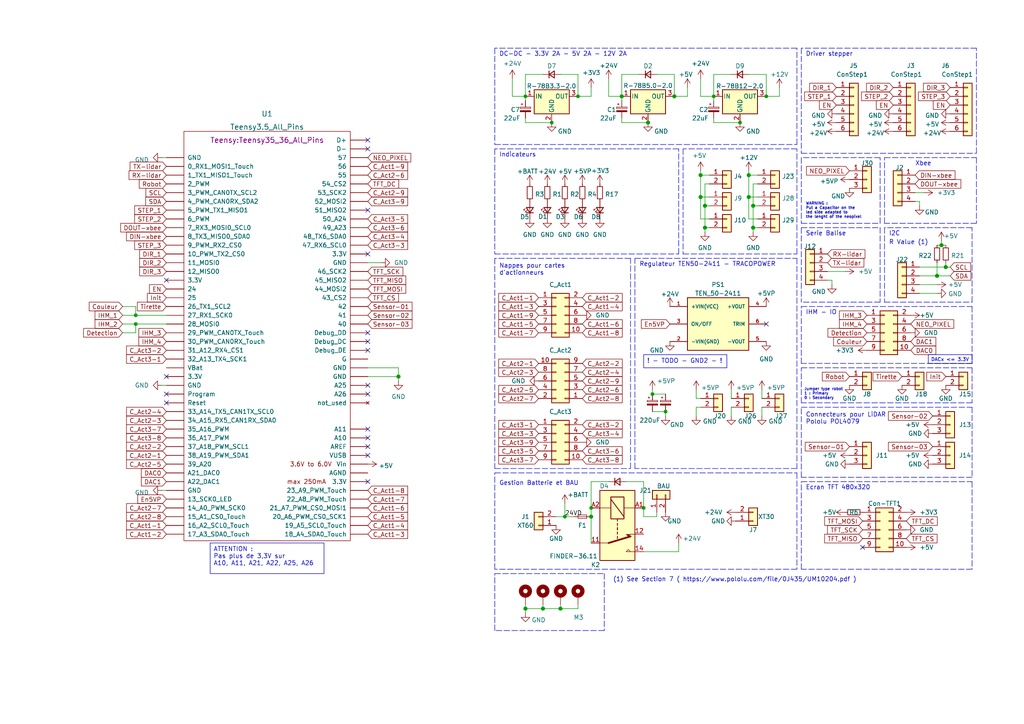
<source format=kicad_sch>
(kicad_sch (version 20230121) (generator eeschema)
  (paper "A4")
  (title_block (title "Main Board 2024") (date "2023-05-15") (rev "1") (company "Les Karibous"))
  (junction (at 204.47 59.69) (diameter 1.016))
  (junction (at 152.4 27.94))
  (junction (at 218.44 59.69) (diameter 1.016))
  (junction (at 203.2 57.15) (diameter 1.016))
  (junction (at 207.01 27.94))
  (junction (at 271.78 80.01) (diameter 1.016))
  (junction (at 218.44 66.04) (diameter 1.016))
  (junction (at 39.37 91.44))
  (junction (at 186.69 147.32))
  (junction (at 273.05 71.12) (diameter 1.016))
  (junction (at 160.02 35.56))
  (junction (at 222.25 27.94))
  (junction (at 115.57 109.22) (diameter 1.016))
  (junction (at 217.17 57.15) (diameter 1.016))
  (junction (at 217.17 50.8) (diameter 1.016))
  (junction (at 171.45 147.32))
  (junction (at 180.34 27.94) (diameter 1.016))
  (junction (at 39.37 93.98))
  (junction (at 171.45 149.86) (diameter 1.016))
  (junction (at 163.83 149.86))
  (junction (at 162.56 176.53) (diameter 1.016))
  (junction (at 157.48 176.53) (diameter 1.016))
  (junction (at 167.64 27.94))
  (junction (at 195.58 27.94) (diameter 1.016))
  (junction (at 189.23 114.3))
  (junction (at 193.04 119.38))
  (junction (at 187.96 35.56) (diameter 1.016))
  (junction (at 204.47 66.04) (diameter 1.016))
  (junction (at 152.4 176.53) (diameter 1.016))
  (junction (at 203.2 50.8) (diameter 1.016))
  (junction (at 214.63 35.56))
  (junction (at 274.32 77.47) (diameter 1.016))
  (no_connect (at 222.25 93.98))
  (no_connect (at 250.19 158.75))
  (no_connect (at 106.68 96.52))
  (no_connect (at 48.26 114.3))
  (no_connect (at 106.68 139.7))
  (no_connect (at 106.68 99.06))
  (no_connect (at 106.68 127))
  (no_connect (at 106.68 43.18))
  (no_connect (at 106.68 111.76))
  (no_connect (at 106.68 101.6))
  (no_connect (at 106.68 40.64))
  (no_connect (at 48.26 81.28))
  (no_connect (at 106.68 114.3))
  (no_connect (at 106.68 124.46))
  (no_connect (at 106.68 73.66))
  (no_connect (at 106.68 60.96))
  (no_connect (at 48.26 109.22))
  (no_connect (at 106.68 132.08))
  (no_connect (at 48.26 116.84))
  (no_connect (at 106.68 129.54))
  (polyline (pts (xy 281.94 88.9) (xy 281.94 105.41)) (stroke (width 0) (type dash)))
  (wire (pts (xy 207.01 35.56) (xy 214.63 35.56)))
  (wire (pts (xy 190.5 21.59) (xy 195.58 21.59)))
  (wire (pts (xy 195.58 21.59) (xy 195.58 27.94)))
  (polyline (pts (xy 232.41 118.11) (xy 281.94 118.11)) (stroke (width 0) (type dash)))
  (wire (pts (xy 106.68 109.22) (xy 115.57 109.22)))
  (wire (pts (xy 176.53 22.86) (xy 176.53 27.94)))
  (wire (pts (xy 46.99 111.76) (xy 48.26 111.76)))
  (polyline (pts (xy 231.14 135.89) (xy 184.15 135.89)) (stroke (width 0) (type dash)))
  (wire (pts (xy 189.23 114.3) (xy 193.04 114.3)))
  (wire (pts (xy 207.01 21.59) (xy 207.01 27.94)))
  (polyline (pts (xy 281.94 116.84) (xy 232.41 116.84)) (stroke (width 0) (type dash)))
  (polyline (pts (xy 175.26 182.88) (xy 143.51 182.88)) (stroke (width 0) (type dash)))
  (wire (pts (xy 203.2 22.86) (xy 203.2 27.94)))
  (wire (pts (xy 220.98 113.03) (xy 220.98 115.57)))
  (wire (pts (xy 271.78 80.01) (xy 275.59 80.01)))
  (wire (pts (xy 115.57 110.49) (xy 115.57 109.22)))
  (wire (pts (xy 186.69 147.32) (xy 186.69 149.86)))
  (polyline (pts (xy 231.14 74.93) (xy 231.14 135.89)) (stroke (width 0) (type dash)))
  (polyline (pts (xy 143.51 74.93) (xy 143.51 135.89)) (stroke (width 0) (type dash)))
  (wire (pts (xy 39.37 91.44) (xy 35.56 91.44)))
  (wire (pts (xy 266.7 82.55) (xy 271.78 82.55)))
  (wire (pts (xy 212.09 118.11) (xy 212.09 120.65)))
  (polyline (pts (xy 281.94 118.11) (xy 281.94 138.43)) (stroke (width 0) (type dash)))
  (wire (pts (xy 152.4 34.29) (xy 152.4 35.56)))
  (wire (pts (xy 204.47 66.04) (xy 205.74 66.04)))
  (wire (pts (xy 203.2 27.94) (xy 207.01 27.94)))
  (wire (pts (xy 39.37 96.52) (xy 39.37 93.98)))
  (wire (pts (xy 274.32 76.2) (xy 274.32 77.47)))
  (wire (pts (xy 162.56 175.26) (xy 162.56 176.53)))
  (polyline (pts (xy 232.41 116.84) (xy 232.41 106.68)) (stroke (width 0) (type dash)))
  (wire (pts (xy 217.17 50.8) (xy 217.17 49.53)))
  (wire (pts (xy 219.71 50.8) (xy 217.17 50.8)))
  (wire (pts (xy 201.93 120.65) (xy 201.93 118.11)))
  (wire (pts (xy 201.93 118.11) (xy 203.2 118.11)))
  (wire (pts (xy 171.45 27.94) (xy 167.64 27.94)))
  (wire (pts (xy 35.56 96.52) (xy 39.37 96.52)))
  (wire (pts (xy 226.06 27.94) (xy 222.25 27.94)))
  (wire (pts (xy 220.98 118.11) (xy 220.98 120.65)))
  (wire (pts (xy 39.37 93.98) (xy 48.26 93.98)))
  (wire (pts (xy 190.5 148.59) (xy 190.5 149.86)))
  (wire (pts (xy 190.5 149.86) (xy 186.69 149.86)))
  (wire (pts (xy 180.34 27.94) (xy 180.34 29.21)))
  (wire (pts (xy 189.23 113.03) (xy 189.23 114.3)))
  (wire (pts (xy 180.34 34.29) (xy 180.34 35.56)))
  (wire (pts (xy 180.34 35.56) (xy 187.96 35.56)))
  (polyline (pts (xy 281.94 138.43) (xy 232.41 138.43)) (stroke (width 0) (type dash)))
  (polyline (pts (xy 198.12 43.18) (xy 198.12 73.66)) (stroke (width 0) (type dash)))
  (wire (pts (xy 189.23 119.38) (xy 193.04 119.38)))
  (wire (pts (xy 152.4 35.56) (xy 160.02 35.56)))
  (wire (pts (xy 167.64 21.59) (xy 167.64 27.94)))
  (polyline (pts (xy 255.27 64.77) (xy 255.27 45.72)) (stroke (width 0) (type dash)))
  (polyline (pts (xy 232.41 106.68) (xy 281.94 106.68)) (stroke (width 0) (type dash)))
  (polyline (pts (xy 232.41 139.7) (xy 281.94 139.7)) (stroke (width 0) (type dash)))
  (wire (pts (xy 218.44 66.04) (xy 219.71 66.04)))
  (polyline (pts (xy 143.51 166.37) (xy 175.26 166.37)) (stroke (width 0) (type dash)))
  (wire (pts (xy 222.25 21.59) (xy 222.25 27.94)))
  (polyline (pts (xy 232.41 138.43) (xy 232.41 118.11)) (stroke (width 0) (type dash)))
  (wire (pts (xy 203.2 57.15) (xy 203.2 50.8)))
  (wire (pts (xy 157.48 175.26) (xy 157.48 176.53)))
  (polyline (pts (xy 256.54 64.77) (xy 256.54 45.72)) (stroke (width 0) (type dash)))
  (wire (pts (xy 207.01 34.29) (xy 207.01 35.56)))
  (polyline (pts (xy 232.41 165.1) (xy 232.41 139.7)) (stroke (width 0) (type dash)))
  (wire (pts (xy 266.7 85.09) (xy 271.78 85.09)))
  (wire (pts (xy 201.93 115.57) (xy 201.93 113.03)))
  (wire (pts (xy 203.2 115.57) (xy 201.93 115.57)))
  (polyline (pts (xy 196.85 73.66) (xy 196.85 43.18)) (stroke (width 0) (type dash)))
  (wire (pts (xy 219.71 63.5) (xy 217.17 63.5)))
  (wire (pts (xy 217.17 63.5) (xy 217.17 57.15)))
  (polyline (pts (xy 184.15 135.89) (xy 184.15 74.93)) (stroke (width 0) (type dash)))
  (wire (pts (xy 273.05 69.85) (xy 273.05 71.12)))
  (polyline (pts (xy 256.54 45.72) (xy 283.21 45.72)) (stroke (width 0) (type dash)))
  (polyline (pts (xy 232.41 64.77) (xy 255.27 64.77)) (stroke (width 0) (type dash)))
  (wire (pts (xy 35.56 93.98) (xy 39.37 93.98)))
  (wire (pts (xy 171.45 25.4) (xy 171.45 27.94)))
  (wire (pts (xy 148.59 27.94) (xy 152.4 27.94)))
  (polyline (pts (xy 184.15 74.93) (xy 231.14 74.93)) (stroke (width 0) (type dash)))
  (polyline (pts (xy 231.14 13.97) (xy 143.51 13.97)) (stroke (width 0) (type dash)))
  (polyline (pts (xy 231.14 41.91) (xy 231.14 13.97)) (stroke (width 0) (type dash)))
  (polyline (pts (xy 143.51 41.91) (xy 231.14 41.91)) (stroke (width 0) (type dash)))
  (polyline (pts (xy 143.51 13.97) (xy 143.51 41.91)) (stroke (width 0) (type dash)))
  (wire (pts (xy 171.45 147.32) (xy 171.45 139.7)))
  (wire (pts (xy 226.06 25.4) (xy 226.06 27.94)))
  (wire (pts (xy 157.48 21.59) (xy 152.4 21.59)))
  (wire (pts (xy 106.68 106.68) (xy 115.57 106.68)))
  (wire (pts (xy 115.57 106.68) (xy 115.57 109.22)))
  (wire (pts (xy 266.7 58.42) (xy 266.7 59.69)))
  (wire (pts (xy 205.74 57.15) (xy 203.2 57.15)))
  (wire (pts (xy 46.99 45.72) (xy 48.26 45.72)))
  (wire (pts (xy 240.03 78.74) (xy 245.11 78.74)))
  (polyline (pts (xy 231.14 43.18) (xy 198.12 43.18)) (stroke (width 0) (type dash)))
  (wire (pts (xy 218.44 59.69) (xy 219.71 59.69)))
  (wire (pts (xy 176.53 27.94) (xy 180.34 27.94)))
  (wire (pts (xy 39.37 88.9) (xy 35.56 88.9)))
  (wire (pts (xy 152.4 21.59) (xy 152.4 27.94)))
  (wire (pts (xy 205.74 50.8) (xy 203.2 50.8)))
  (polyline (pts (xy 232.41 66.04) (xy 232.41 87.63)) (stroke (width 0) (type dash)))
  (polyline (pts (xy 255.27 66.04) (xy 255.27 87.63)) (stroke (width 0) (type dash)))
  (polyline (pts (xy 232.41 66.04) (xy 255.27 66.04)) (stroke (width 0) (type dash)))
  (polyline (pts (xy 255.27 87.63) (xy 232.41 87.63)) (stroke (width 0) (type dash)))
  (wire (pts (xy 266.7 80.01) (xy 271.78 80.01)))
  (wire (pts (xy 46.99 142.24) (xy 48.26 142.24)))
  (wire (pts (xy 271.78 76.2) (xy 271.78 80.01)))
  (wire (pts (xy 204.47 59.69) (xy 205.74 59.69)))
  (wire (pts (xy 181.61 139.7) (xy 186.69 139.7)))
  (wire (pts (xy 203.2 50.8) (xy 203.2 49.53)))
  (wire (pts (xy 196.85 157.48) (xy 196.85 160.02)))
  (polyline (pts (xy 143.51 43.18) (xy 143.51 73.66)) (stroke (width 0) (type dash)))
  (polyline (pts (xy 143.51 165.1) (xy 143.51 137.16)) (stroke (width 0) (type dash)))
  (polyline (pts (xy 231.14 137.16) (xy 231.14 165.1)) (stroke (width 0) (type dash)))
  (polyline (pts (xy 143.51 137.16) (xy 231.14 137.16)) (stroke (width 0) (type dash)))
  (polyline (pts (xy 231.14 165.1) (xy 143.51 165.1)) (stroke (width 0) (type dash)))
  (polyline (pts (xy 182.88 74.93) (xy 143.51 74.93)) (stroke (width 0) (type dash)))
  (wire (pts (xy 205.74 53.34) (xy 204.47 53.34)))
  (wire (pts (xy 271.78 71.12) (xy 273.05 71.12)))
  (wire (pts (xy 273.05 71.12) (xy 274.32 71.12)))
  (wire (pts (xy 212.09 21.59) (xy 207.01 21.59)))
  (wire (pts (xy 204.47 53.34) (xy 204.47 59.69)))
  (wire (pts (xy 204.47 59.69) (xy 204.47 66.04)))
  (wire (pts (xy 185.42 21.59) (xy 180.34 21.59)))
  (wire (pts (xy 180.34 21.59) (xy 180.34 27.94)))
  (wire (pts (xy 199.39 25.4) (xy 199.39 27.94)))
  (wire (pts (xy 199.39 27.94) (xy 195.58 27.94)))
  (wire (pts (xy 193.04 119.38) (xy 193.04 120.65)))
  (wire (pts (xy 186.69 139.7) (xy 186.69 147.32)))
  (wire (pts (xy 171.45 149.86) (xy 171.45 147.32)))
  (wire (pts (xy 171.45 139.7) (xy 176.53 139.7)))
  (polyline (pts (xy 255.27 45.72) (xy 232.41 45.72)) (stroke (width 0) (type dash)))
  (polyline (pts (xy 143.51 135.89) (xy 182.88 135.89)) (stroke (width 0) (type dash)))
  (wire (pts (xy 217.17 57.15) (xy 217.17 50.8)))
  (wire (pts (xy 219.71 57.15) (xy 217.17 57.15)))
  (wire (pts (xy 240.03 81.28) (xy 241.3 81.28)))
  (wire (pts (xy 241.3 81.28) (xy 241.3 82.55)))
  (polyline (pts (xy 281.94 139.7) (xy 281.94 165.1)) (stroke (width 0) (type dash)))
  (polyline (pts (xy 231.14 73.66) (xy 231.14 43.18)) (stroke (width 0) (type dash)))
  (wire (pts (xy 186.69 160.02) (xy 196.85 160.02)))
  (wire (pts (xy 39.37 91.44) (xy 48.26 91.44)))
  (wire (pts (xy 148.59 22.86) (xy 148.59 27.94)))
  (polyline (pts (xy 281.94 106.68) (xy 281.94 116.84)) (stroke (width 0) (type dash)))
  (wire (pts (xy 106.68 76.2) (xy 110.49 76.2)))
  (wire (pts (xy 163.83 149.86) (xy 166.37 149.86)))
  (wire (pts (xy 39.37 88.9) (xy 39.37 91.44)))
  (wire (pts (xy 204.47 66.04) (xy 204.47 67.31)))
  (wire (pts (xy 163.83 146.05) (xy 163.83 149.86)))
  (polyline (pts (xy 281.94 105.41) (xy 232.41 105.41)) (stroke (width 0) (type dash)))
  (polyline (pts (xy 283.21 64.77) (xy 256.54 64.77)) (stroke (width 0) (type dash)))
  (wire (pts (xy 217.17 21.59) (xy 222.25 21.59)))
  (wire (pts (xy 203.2 63.5) (xy 203.2 57.15)))
  (polyline (pts (xy 143.51 73.66) (xy 196.85 73.66)) (stroke (width 0) (type dash)))
  (wire (pts (xy 207.01 27.94) (xy 207.01 29.21)))
  (polyline (pts (xy 232.41 45.72) (xy 232.41 64.77)) (stroke (width 0) (type dash)))
  (wire (pts (xy 265.43 55.88) (xy 267.97 55.88)))
  (polyline (pts (xy 232.41 88.9) (xy 281.94 88.9)) (stroke (width 0) (type dash)))
  (polyline (pts (xy 283.21 45.72) (xy 283.21 64.77)) (stroke (width 0) (type dash)))
  (polyline (pts (xy 143.51 182.88) (xy 143.51 166.37)) (stroke (width 0) (type dash)))
  (wire (pts (xy 171.45 149.86) (xy 171.45 157.48)))
  (polyline (pts (xy 182.88 135.89) (xy 182.88 74.93)) (stroke (width 0) (type dash)))
  (wire (pts (xy 152.4 27.94) (xy 152.4 29.21)))
  (wire (pts (xy 212.09 113.03) (xy 212.09 115.57)))
  (polyline (pts (xy 196.85 43.18) (xy 143.51 43.18)) (stroke (width 0) (type dash)))
  (polyline (pts (xy 281.94 165.1) (xy 232.41 165.1)) (stroke (width 0) (type dash)))
  (polyline (pts (xy 281.94 87.63) (xy 281.94 66.04)) (stroke (width 0) (type dash)))
  (polyline (pts (xy 256.54 87.63) (xy 281.94 87.63)) (stroke (width 0) (type dash)))
  (polyline (pts (xy 281.94 66.04) (xy 256.54 66.04)) (stroke (width 0) (type dash)))
  (polyline (pts (xy 256.54 66.04) (xy 256.54 87.63)) (stroke (width 0) (type dash)))
  (wire (pts (xy 274.32 77.47) (xy 275.59 77.47)))
  (wire (pts (xy 266.7 77.47) (xy 274.32 77.47)))
  (wire (pts (xy 265.43 58.42) (xy 266.7 58.42)))
  (polyline (pts (xy 232.41 13.97) (xy 232.41 44.45)) (stroke (width 0) (type dash)))
  (polyline (pts (xy 232.41 44.45) (xy 283.21 44.45)) (stroke (width 0) (type dash)))
  (polyline (pts (xy 283.21 44.45) (xy 283.21 13.97)) (stroke (width 0) (type dash)))
  (polyline (pts (xy 283.21 13.97) (xy 232.41 13.97)) (stroke (width 0) (type dash)))
  (polyline (pts (xy 198.12 73.66) (xy 231.14 73.66)) (stroke (width 0) (type dash)))
  (polyline (pts (xy 175.26 166.37) (xy 175.26 182.88)) (stroke (width 0) (type dash)))
  (wire (pts (xy 157.48 176.53) (xy 152.4 176.53)))
  (wire (pts (xy 167.64 175.26) (xy 167.64 176.53)))
  (wire (pts (xy 167.64 176.53) (xy 162.56 176.53)))
  (wire (pts (xy 162.56 176.53) (xy 157.48 176.53)))
  (wire (pts (xy 205.74 63.5) (xy 203.2 63.5)))
  (wire (pts (xy 161.29 149.86) (xy 163.83 149.86)))
  (polyline (pts (xy 232.41 105.41) (xy 232.41 88.9)) (stroke (width 0) (type dash)))
  (wire (pts (xy 152.4 175.26) (xy 152.4 176.53)))
  (wire (pts (xy 152.4 176.53) (xy 152.4 177.8)))
  (wire (pts (xy 162.56 21.59) (xy 167.64 21.59)))
  (wire (pts (xy 218.44 53.34) (xy 218.44 59.69)))
  (wire (pts (xy 219.71 53.34) (xy 218.44 53.34)))
  (wire (pts (xy 218.44 59.69) (xy 218.44 66.04)))
  (wire (pts (xy 218.44 66.04) (xy 218.44 67.31)))
  (text_box "DACx <= 3.3V" (at 269.24 102.87 0) (size 12.7 2.54) (effects (font (size 1 1)) (justify left top)))
  (text_box "ATTENTION :\nPas plus de 3,3V sur\nA10, A11, A21, A22, A25, A26" (at 60.96 157.48 0) (size 33.02 8.89) (effects (font (size 1.27 1.27)) (justify left top)))
  (text_box "! - TODO - GND2 - !" (at 186.69 102.87 0) (size 24.13 3.81) (effects (font (size 1.27 1.27)) (justify left top)))
  (text "Nappes pour cartes\nd'actionneurs" (at 144.78 80.01 0) (effects (font (size 1.27 1.27)) (justify left bottom)))
  (text "Gestion Batterie et BAU" (at 144.78 140.97 0) (effects (font (size 1.27 1.27)) (justify left bottom)))
  (text "WARNING :\nPut a Capacitor on the \nled side adapted to \nthe lenght of the neopixel" (at 233.68 63.5 0) (effects (font (size 0.8 0.8)) (justify left bottom)))
  (text "(1) See Section 7 ( https://www.pololu.com/file/0J435/UM10204.pdf )" (at 177.8 168.91 0) (effects (font (size 1.27 1.27)) (justify left bottom)))
  (text "Serie Balise" (at 233.68 68.58 0) (effects (font (size 1.27 1.27)) (justify left bottom)))
  (text "Connecteurs pour LiDAR\nPololu POL4079" (at 233.68 123.19 0) (effects (font (size 1.27 1.27)) (justify left bottom)))
  (text "Jumper type robot\n1 : Primary\n0 : Secondary" (at 233.2093 116.0303 0) (effects (font (size 0.8 0.8)) (justify left bottom)))
  (text "Driver stepper" (at 233.68 16.51 0) (effects (font (size 1.27 1.27)) (justify left bottom)))
  (text "Xbee" (at 265.43 48.26 0) (effects (font (size 1.27 1.27)) (justify left bottom)))
  (text "Ecran TFT 480x320" (at 233.68 142.24 0) (effects (font (size 1.27 1.27)) (justify left bottom)))
  (text "DC-DC - 3.3V 2A - 5V 2A - 12V 2A" (at 144.78 16.51 0) (effects (font (size 1.27 1.27)) (justify left bottom)))
  (text "R Value (1)" (at 257.81 71.12 0) (effects (font (size 1.27 1.27)) (justify left bottom)))
  (text "Regulateur TEN50-2411 - TRACOPOWER" (at 185.42 77.47 0) (effects (font (size 1.27 1.27)) (justify left bottom)))
  (text "Indicateurs" (at 144.78 45.72 0) (effects (font (size 1.27 1.27)) (justify left bottom)))
  (text "IHM - IO" (at 233.68 91.44 0) (effects (font (size 1.27 1.27)) (justify left bottom)))
  (text "I2C" (at 257.81 68.58 0) (effects (font (size 1.27 1.27)) (justify left bottom)))
  (label "24VD" (at 163.83 149.86 0))
  (global_label "DAC1" (shape input) (at 48.26 139.7 180) (property "Intersheetrefs" "${INTERSHEET_REFS}" (effects hide)))
  (global_label "C_Act2-3" (shape input) (at 156.21 107.95 180) (property "Intersheetrefs" "${INTERSHEET_REFS}" (effects hide)))
  (global_label "Couleur" (shape input) (at 251.46 99.06 180) (property "Intersheetrefs" "${INTERSHEET_REFS}" (effects hide)))
  (global_label "C_Act3-5" (shape input) (at 156.21 130.81 180) (property "Intersheetrefs" "${INTERSHEET_REFS}" (effects hide)))
  (global_label "IHM_4" (shape input) (at 48.26 99.06 180) (property "Intersheetrefs" "${INTERSHEET_REFS}" (effects hide)))
  (global_label "C_Act3-7" (shape input) (at 156.21 133.35 180) (property "Intersheetrefs" "${INTERSHEET_REFS}" (effects hide)))
  (global_label "C_Act1-4" (shape input) (at 168.91 88.9 0) (property "Intersheetrefs" "${INTERSHEET_REFS}" (effects hide)))
  (global_label "DIR_3" (shape input) (at 275.59 25.4 180) (property "Intersheetrefs" "${INTERSHEET_REFS}" (effects hide)))
  (global_label "C_Act3-1" (shape input) (at 156.21 123.19 180) (property "Intersheetrefs" "${INTERSHEET_REFS}" (effects hide)))
  (global_label "Init" (shape input) (at 48.26 86.36 180) (property "Intersheetrefs" "${INTERSHEET_REFS}" (effects hide)))
  (global_label "NEO_PIXEL" (shape input) (at 264.16 93.98 0) (property "Intersheetrefs" "${INTERSHEET_REFS}" (effects hide)))
  (global_label "C_Act1-3" (shape input) (at 156.21 88.9 180) (property "Intersheetrefs" "${INTERSHEET_REFS}" (effects hide)))
  (global_label "C_Act1-1" (shape input) (at 48.26 152.4 180) (property "Intersheetrefs" "${INTERSHEET_REFS}" (effects hide)))
  (global_label "C_Act2-6" (shape input) (at 106.68 50.8 0) (property "Intersheetrefs" "${INTERSHEET_REFS}" (effects hide)))
  (global_label "TFT_CS" (shape input) (at 262.89 156.21 0) (property "Intersheetrefs" "${INTERSHEET_REFS}" (effects hide)))
  (global_label "C_Act3-9" (shape input) (at 156.21 128.27 180) (property "Intersheetrefs" "${INTERSHEET_REFS}" (effects hide)))
  (global_label "DOUT-xbee" (shape input) (at 265.43 53.34 0) (property "Intersheetrefs" "${INTERSHEET_REFS}" (effects hide)))
  (global_label "SCL" (shape input) (at 275.59 77.47 0) (property "Intersheetrefs" "${INTERSHEET_REFS}" (effects hide)))
  (global_label "DOUT-xbee" (shape input) (at 48.26 66.04 180) (property "Intersheetrefs" "${INTERSHEET_REFS}" (effects hide)))
  (global_label "C_Act2-8" (shape input) (at 48.26 149.86 180) (property "Intersheetrefs" "${INTERSHEET_REFS}" (effects hide)))
  (global_label "C_Act3-8" (shape input) (at 168.91 133.35 0) (property "Intersheetrefs" "${INTERSHEET_REFS}" (effects hide)))
  (global_label "SDA" (shape input) (at 48.26 58.42 180) (property "Intersheetrefs" "${INTERSHEET_REFS}" (effects hide)))
  (global_label "Detection" (shape input) (at 35.56 96.52 180) (property "Intersheetrefs" "${INTERSHEET_REFS}" (effects hide)))
  (global_label "STEP_2" (shape input) (at 48.26 63.5 180) (property "Intersheetrefs" "${INTERSHEET_REFS}" (effects hide)))
  (global_label "SCL" (shape input) (at 48.26 55.88 180) (property "Intersheetrefs" "${INTERSHEET_REFS}" (effects hide)))
  (global_label "C_Act2-2" (shape input) (at 168.91 105.41 0) (property "Intersheetrefs" "${INTERSHEET_REFS}" (effects hide)))
  (global_label "Robot" (shape input) (at 246.38 109.22 180) (property "Intersheetrefs" "${INTERSHEET_REFS}" (effects hide)))
  (global_label "C_Act3-8" (shape input) (at 48.26 127 180) (property "Intersheetrefs" "${INTERSHEET_REFS}" (effects hide)))
  (global_label "C_Act1-2" (shape input) (at 48.26 154.94 180) (property "Intersheetrefs" "${INTERSHEET_REFS}" (effects hide)))
  (global_label "C_Act1-8" (shape input) (at 168.91 96.52 0) (property "Intersheetrefs" "${INTERSHEET_REFS}" (effects hide)))
  (global_label "DIN-xbee" (shape input) (at 265.43 50.8 0) (property "Intersheetrefs" "${INTERSHEET_REFS}" (effects hide)))
  (global_label "DAC1" (shape input) (at 264.16 99.06 0) (property "Intersheetrefs" "${INTERSHEET_REFS}" (effects hide)))
  (global_label "DAC0" (shape input) (at 264.16 101.6 0) (property "Intersheetrefs" "${INTERSHEET_REFS}" (effects hide)))
  (global_label "C_Act2-6" (shape input) (at 168.91 113.03 0) (property "Intersheetrefs" "${INTERSHEET_REFS}" (effects hide)))
  (global_label "SDA" (shape input) (at 275.59 80.01 0) (property "Intersheetrefs" "${INTERSHEET_REFS}" (effects hide)))
  (global_label "TFT_MOSI" (shape input) (at 106.68 83.82 0) (property "Intersheetrefs" "${INTERSHEET_REFS}" (effects hide)))
  (global_label "RX-lidar" (shape input) (at 48.26 50.8 180) (property "Intersheetrefs" "${INTERSHEET_REFS}" (effects hide)))
  (global_label "DIR_3" (shape input) (at 48.26 78.74 180) (property "Intersheetrefs" "${INTERSHEET_REFS}" (effects hide)))
  (global_label "Sensor-01" (shape input) (at 246.38 129.54 180) (property "Intersheetrefs" "${INTERSHEET_REFS}" (effects hide)))
  (global_label "TFT_MISO" (shape input) (at 250.19 156.21 180) (property "Intersheetrefs" "${INTERSHEET_REFS}" (effects hide)))
  (global_label "C_Act1-8" (shape input) (at 106.68 142.24 0) (property "Intersheetrefs" "${INTERSHEET_REFS}" (effects hide)))
  (global_label "STEP_1" (shape input) (at 242.57 27.94 180) (property "Intersheetrefs" "${INTERSHEET_REFS}" (effects hide)))
  (global_label "EN" (shape input) (at 48.26 83.82 180) (property "Intersheetrefs" "${INTERSHEET_REFS}" (effects hide)))
  (global_label "Couleur" (shape input) (at 35.56 88.9 180) (property "Intersheetrefs" "${INTERSHEET_REFS}" (effects hide)))
  (global_label "DIR_2" (shape input) (at 259.08 25.4 180) (property "Intersheetrefs" "${INTERSHEET_REFS}" (effects hide)))
  (global_label "C_Act1-6" (shape input) (at 106.68 147.32 0) (property "Intersheetrefs" "${INTERSHEET_REFS}" (effects hide)))
  (global_label "C_Act1-5" (shape input) (at 156.21 93.98 180) (property "Intersheetrefs" "${INTERSHEET_REFS}" (effects hide)))
  (global_label "C_Act2-7" (shape input) (at 48.26 147.32 180) (property "Intersheetrefs" "${INTERSHEET_REFS}" (effects hide)))
  (global_label "C_Act3-5" (shape input) (at 106.68 63.5 0) (property "Intersheetrefs" "${INTERSHEET_REFS}" (effects hide)))
  (global_label "C_Act1-1" (shape input) (at 156.21 86.36 180) (property "Intersheetrefs" "${INTERSHEET_REFS}" (effects hide)))
  (global_label "EN" (shape input) (at 242.57 30.48 180) (property "Intersheetrefs" "${INTERSHEET_REFS}" (effects hide)))
  (global_label "DAC0" (shape input) (at 48.26 137.16 180) (property "Intersheetrefs" "${INTERSHEET_REFS}" (effects hide)))
  (global_label "Init" (shape input) (at 274.32 109.22 180) (property "Intersheetrefs" "${INTERSHEET_REFS}" (effects hide)))
  (global_label "STEP_3" (shape input) (at 275.59 27.94 180) (property "Intersheetrefs" "${INTERSHEET_REFS}" (effects hide)))
  (global_label "C_Act1-9" (shape input) (at 106.68 48.26 0) (property "Intersheetrefs" "${INTERSHEET_REFS}" (effects hide)))
  (global_label "IHM_2" (shape input) (at 35.56 93.98 180) (property "Intersheetrefs" "${INTERSHEET_REFS}" (effects hide)))
  (global_label "DIR_1" (shape input) (at 48.26 73.66 180) (property "Intersheetrefs" "${INTERSHEET_REFS}" (effects hide)))
  (global_label "Sensor-02" (shape input) (at 106.68 91.44 0) (property "Intersheetrefs" "${INTERSHEET_REFS}" (effects hide)))
  (global_label "Sensor-03" (shape input) (at 270.51 129.54 180) (property "Intersheetrefs" "${INTERSHEET_REFS}" (effects hide)))
  (global_label "Robot" (shape input) (at 48.26 53.34 180) (property "Intersheetrefs" "${INTERSHEET_REFS}" (effects hide)))
  (global_label "C_Act1-7" (shape input) (at 106.68 144.78 0) (property "Intersheetrefs" "${INTERSHEET_REFS}" (effects hide)))
  (global_label "IHM_3" (shape input) (at 251.46 91.44 180) (property "Intersheetrefs" "${INTERSHEET_REFS}" (effects hide)))
  (global_label "TFT_DC" (shape input) (at 106.68 53.34 0) (property "Intersheetrefs" "${INTERSHEET_REFS}" (effects hide)))
  (global_label "DIN-xbee" (shape input) (at 48.26 68.58 180) (property "Intersheetrefs" "${INTERSHEET_REFS}" (effects hide)))
  (global_label "TX-lidar" (shape input) (at 48.26 48.26 180) (property "Intersheetrefs" "${INTERSHEET_REFS}" (effects hide)))
  (global_label "C_Act3-6" (shape input) (at 168.91 130.81 0) (property "Intersheetrefs" "${INTERSHEET_REFS}" (effects hide)))
  (global_label "C_Act1-4" (shape input) (at 106.68 152.4 0) (property "Intersheetrefs" "${INTERSHEET_REFS}" (effects hide)))
  (global_label "C_Act1-6" (shape input) (at 168.91 93.98 0) (property "Intersheetrefs" "${INTERSHEET_REFS}" (effects hide)))
  (global_label "C_Act2-1" (shape input) (at 156.21 105.41 180) (property "Intersheetrefs" "${INTERSHEET_REFS}" (effects hide)))
  (global_label "TFT_MOSI" (shape input) (at 250.19 151.13 180) (property "Intersheetrefs" "${INTERSHEET_REFS}" (effects hide)))
  (global_label "C_Act2-5" (shape input) (at 48.26 134.62 180) (property "Intersheetrefs" "${INTERSHEET_REFS}" (effects hide)))
  (global_label "STEP_2" (shape input) (at 259.08 27.94 180) (property "Intersheetrefs" "${INTERSHEET_REFS}" (effects hide)))
  (global_label "STEP_1" (shape input) (at 48.26 60.96 180) (property "Intersheetrefs" "${INTERSHEET_REFS}" (effects hide)))
  (global_label "IHM_4" (shape input) (at 251.46 93.98 180) (property "Intersheetrefs" "${INTERSHEET_REFS}" (effects hide)))
  (global_label "DIR_2" (shape input) (at 48.26 76.2 180) (property "Intersheetrefs" "${INTERSHEET_REFS}" (effects hide)))
  (global_label "TFT_SCK" (shape input) (at 250.19 153.67 180) (property "Intersheetrefs" "${INTERSHEET_REFS}" (effects hide)))
  (global_label "C_Act1-9" (shape input) (at 156.21 91.44 180) (property "Intersheetrefs" "${INTERSHEET_REFS}" (effects hide)))
  (global_label "C_Act3-7" (shape input) (at 48.26 124.46 180) (property "Intersheetrefs" "${INTERSHEET_REFS}" (effects hide)))
  (global_label "C_Act1-2" (shape input) (at 168.91 86.36 0) (property "Intersheetrefs" "${INTERSHEET_REFS}" (effects hide)))
  (global_label "NEO_PIXEL" (shape input) (at 246.38 49.53 180) (property "Intersheetrefs" "${INTERSHEET_REFS}" (effects hide)))
  (global_label "STEP_3" (shape input) (at 48.26 71.12 180) (property "Intersheetrefs" "${INTERSHEET_REFS}" (effects hide)))
  (global_label "C_Act2-9" (shape input) (at 168.91 110.49 0) (property "Intersheetrefs" "${INTERSHEET_REFS}" (effects hide)))
  (global_label "C_Act2-8" (shape input) (at 168.91 115.57 0) (property "Intersheetrefs" "${INTERSHEET_REFS}" (effects hide)))
  (global_label "Sensor-01" (shape input) (at 106.68 88.9 0) (property "Intersheetrefs" "${INTERSHEET_REFS}" (effects hide)))
  (global_label "IHM_3" (shape input) (at 48.26 96.52 180) (property "Intersheetrefs" "${INTERSHEET_REFS}" (effects hide)))
  (global_label "C_Act2-1" (shape input) (at 48.26 132.08 180) (property "Intersheetrefs" "${INTERSHEET_REFS}" (effects hide)))
  (global_label "TFT_MISO" (shape input) (at 106.68 81.28 0) (property "Intersheetrefs" "${INTERSHEET_REFS}" (effects hide)))
  (global_label "En5VP" (shape input) (at 48.26 144.78 180) (property "Intersheetrefs" "${INTERSHEET_REFS}" (effects hide)))
  (global_label "RX-lidar" (shape input) (at 240.03 73.66 0) (property "Intersheetrefs" "${INTERSHEET_REFS}" (effects hide)))
  (global_label "DIR_1" (shape input) (at 242.57 25.4 180) (property "Intersheetrefs" "${INTERSHEET_REFS}" (effects hide)))
  (global_label "C_Act1-5" (shape input) (at 106.68 149.86 0) (property "Intersheetrefs" "${INTERSHEET_REFS}" (effects hide)))
  (global_label "C_Act2-4" (shape input) (at 48.26 119.38 180) (property "Intersheetrefs" "${INTERSHEET_REFS}" (effects hide)))
  (global_label "Sensor-02" (shape input) (at 270.51 120.65 180) (property "Intersheetrefs" "${INTERSHEET_REFS}" (effects hide)))
  (global_label "TFT_SCK" (shape input) (at 106.68 78.74 0) (property "Intersheetrefs" "${INTERSHEET_REFS}" (effects hide)))
  (global_label "C_Act3-1" (shape input) (at 48.26 104.14 180) (property "Intersheetrefs" "${INTERSHEET_REFS}" (effects hide)))
  (global_label "C_Act2-4" (shape input) (at 168.91 107.95 0) (property "Intersheetrefs" "${INTERSHEET_REFS}" (effects hide)))
  (global_label "C_Act1-7" (shape input) (at 156.21 96.52 180) (property "Intersheetrefs" "${INTERSHEET_REFS}" (effects hide)))
  (global_label "C_Act2-5" (shape input) (at 156.21 113.03 180) (property "Intersheetrefs" "${INTERSHEET_REFS}" (effects hide)))
  (global_label "TFT_DC" (shape input) (at 262.89 151.13 0) (property "Intersheetrefs" "${INTERSHEET_REFS}" (effects hide)))
  (global_label "C_Act3-3" (shape input) (at 156.21 125.73 180) (property "Intersheetrefs" "${INTERSHEET_REFS}" (effects hide)))
  (global_label "TX-lidar" (shape input) (at 240.03 76.2 0) (property "Intersheetrefs" "${INTERSHEET_REFS}" (effects hide)))
  (global_label "C_Act1-3" (shape input) (at 106.68 154.94 0) (property "Intersheetrefs" "${INTERSHEET_REFS}" (effects hide)))
  (global_label "EN" (shape input) (at 275.59 30.48 180) (property "Intersheetrefs" "${INTERSHEET_REFS}" (effects hide)))
  (global_label "EN" (shape input) (at 259.08 30.48 180) (property "Intersheetrefs" "${INTERSHEET_REFS}" (effects hide)))
  (global_label "Tirette" (shape input) (at 261.62 109.22 180) (property "Intersheetrefs" "${INTERSHEET_REFS}" (effects hide)))
  (global_label "C_Act3-2" (shape input) (at 48.26 101.6 180) (property "Intersheetrefs" "${INTERSHEET_REFS}" (effects hide)))
  (global_label "Sensor-03" (shape input) (at 106.68 93.98 0) (property "Intersheetrefs" "${INTERSHEET_REFS}" (effects hide)))
  (global_label "Tirette" (shape input) (at 48.26 88.9 180) (property "Intersheetrefs" "${INTERSHEET_REFS}" (effects hide)))
  (global_label "En5VP" (shape input) (at 194.31 93.98 180) (property "Intersheetrefs" "${INTERSHEET_REFS}" (effects hide)))
  (global_label "C_Act3-3" (shape input) (at 106.68 71.12 0) (property "Intersheetrefs" "${INTERSHEET_REFS}" (effects hide)))
  (global_label "NEO_PIXEL" (shape input) (at 106.68 45.72 0) (property "Intersheetrefs" "${INTERSHEET_REFS}" (effects hide)))
  (global_label "C_Act2-3" (shape input) (at 48.26 121.92 180) (property "Intersheetrefs" "${INTERSHEET_REFS}" (effects hide)))
  (global_label "Detection" (shape input) (at 251.46 96.52 180) (property "Intersheetrefs" "${INTERSHEET_REFS}" (effects hide)))
  (global_label "C_Act3-6" (shape input) (at 106.68 66.04 0) (property "Intersheetrefs" "${INTERSHEET_REFS}" (effects hide)))
  (global_label "IHM_1" (shape input) (at 35.56 91.44 180) (property "Intersheetrefs" "${INTERSHEET_REFS}" (effects hide)))
  (global_label "TFT_CS" (shape input) (at 106.68 86.36 0) (property "Intersheetrefs" "${INTERSHEET_REFS}" (effects hide)))
  (global_label "C_Act2-7" (shape input) (at 156.21 115.57 180) (property "Intersheetrefs" "${INTERSHEET_REFS}" (effects hide)))
  (global_label "C_Act3-4" (shape input) (at 168.91 125.73 0) (property "Intersheetrefs" "${INTERSHEET_REFS}" (effects hide)))
  (global_label "C_Act3-4" (shape input) (at 106.68 68.58 0) (property "Intersheetrefs" "${INTERSHEET_REFS}" (effects hide)))
  (global_label "C_Act2-9" (shape input) (at 106.68 55.88 0) (property "Intersheetrefs" "${INTERSHEET_REFS}" (effects hide)))
  (global_label "C_Act2-2" (shape input) (at 48.26 129.54 180) (property "Intersheetrefs" "${INTERSHEET_REFS}" (effects hide)))
  (global_label "C_Act3-2" (shape input) (at 168.91 123.19 0) (property "Intersheetrefs" "${INTERSHEET_REFS}" (effects hide)))
  (global_label "C_Act3-9" (shape input) (at 106.68 58.42 0) (property "Intersheetrefs" "${INTERSHEET_REFS}" (effects hide)))
  (symbol (lib_id "power:GND") (at 270.51 125.73 270) (unit 1)
    (property "Reference" "#PWR0148" (effects hide))
    (property "Value" "GND" (at 265.43 125.73 90))
  )
  (symbol (lib_id "Connector_Generic:Conn_01x06") (at 264.16 30.48 0) (unit 1)
    (property "Reference" "J3" (at 264.16 19.05 0))
    (property "Value" "ConStep1" (at 262.89 21.59 0))
    (property "Footprint" "Connector_Molex:Molex_KK-254_AE-6410-06A_1x06_P2.54mm_Vertical" (effects hide))
  )
  (symbol (lib_id "Connector_Generic:Conn_02x05_Odd_Even") (at 256.54 96.52 0) (unit 1)
    (property "Reference" "IHM-IO1" (effects hide))
    (property "Value" "Conn_02x05_Odd_Even" (effects hide))
    (property "Footprint" "Connector_IDC:IDC-Header_2x05_P2.54mm_Vertical" (effects hide))
  )
  (symbol (lib_id "power:GND") (at 173.99 63.5 0) (unit 1)
    (property "Reference" "#PWR0178" (effects hide))
    (property "Value" "GND" (at 173.99 68.0626 0))
  )
  (symbol (lib_id "Connector_Generic:Conn_01x02") (at 226.06 115.57 0) (unit 1)
    (property "Reference" "J27" (at 224.79 120.65 0) (effects (justify left)))
    (property "Value" "BAU" (effects hide))
    (property "Footprint" "Connector_Molex:Molex_KK-396_A-41791-0002_1x02_P3.96mm_Vertical" (effects hide))
  )
  (symbol (lib_id "power:GND") (at 214.63 35.56 0) (unit 1)
    (property "Reference" "#PWR07" (effects hide))
    (property "Value" "GND" (at 218.44 38.1 0))
  )
  (symbol (lib_id "power:+24V") (at 158.75 53.34 0) (unit 1)
    (property "Reference" "#PWR0152" (effects hide))
    (property "Value" "+24V" (at 158.75 49.7354 0))
  )
  (symbol (lib_id "power:GND") (at 218.44 67.31 0) (unit 1)
    (property "Reference" "#PWR0137" (effects hide))
    (property "Value" "GND" (at 218.44 71.8726 0))
  )
  (symbol (lib_id "power:GND") (at 163.83 63.5 0) (unit 1)
    (property "Reference" "#PWR0151" (effects hide))
    (property "Value" "GND" (at 163.83 68.0626 0))
  )
  (symbol (lib_id "power:GND") (at 264.16 96.52 90) (unit 1)
    (property "Reference" "#PWR04" (effects hide))
    (property "Value" "GND" (at 267.97 96.52 90) (effects (justify right)))
  )
  (symbol (lib_id "Device:LED_Small") (at 163.83 60.96 90) (unit 1)
    (property "Reference" "D3" (at 161.1577 62.8767 90) (effects (justify right)))
    (property "Value" "LED_Small" (effects hide))
    (property "Footprint" "LED_SMD:LED_1206_3216Metric_Pad1.42x1.75mm_HandSolder" (effects hide))
  )
  (symbol (lib_id "power:+5V") (at 270.51 123.19 90) (unit 1)
    (property "Reference" "#PWR0102" (effects hide))
    (property "Value" "+5V" (at 266.7 123.1899 90) (effects (justify left)))
  )
  (symbol (lib_id "power:+5VP") (at 246.38 52.07 90) (unit 1)
    (property "Reference" "#PWR0154" (effects hide))
    (property "Value" "+5VP" (at 243.205 52.549 90) (effects (justify left)))
  )
  (symbol (lib_id "power:GND") (at 193.04 148.59 0) (unit 1)
    (property "Reference" "#PWR0143" (effects hide))
    (property "Value" "GND" (at 195.58 151.13 0))
  )
  (symbol (lib_id "Connector_Generic:Conn_01x02") (at 224.79 63.5 0) (unit 1)
    (property "Reference" "J29" (at 226.8221 63.8615 0) (effects (justify left)))
    (property "Value" "Conn_01x02" (effects hide))
    (property "Footprint" "Connector_Molex:Molex_KK-254_AE-6410-02A_1x02_P2.54mm_Vertical" (effects hide))
  )
  (symbol (lib_id "power:+5V") (at 245.11 148.59 90) (unit 1)
    (property "Reference" "#PWR017" (effects hide))
    (property "Value" "+5V" (at 242.57 148.59 90) (effects (justify left)))
  )
  (symbol (lib_id "Device:R_Small") (at 163.83 55.88 180) (unit 1)
    (property "Reference" "R2" (at 165.3287 56.359 0) (effects (justify right)))
    (property "Value" "R_Small" (effects hide))
    (property "Footprint" "Resistor_SMD:R_1206_3216Metric_Pad1.30x1.75mm_HandSolder" (effects hide))
  )
  (symbol (lib_id "power:GND") (at 158.75 63.5 0) (unit 1)
    (property "Reference" "#PWR0106" (effects hide))
    (property "Value" "GND" (at 158.75 68.0626 0))
  )
  (symbol (lib_id "Device:LED_Small") (at 158.75 60.96 90) (unit 1)
    (property "Reference" "D1" (at 156.0958 62.8111 90) (effects (justify right)))
    (property "Value" "LED_Small" (effects hide))
    (property "Footprint" "LED_SMD:LED_1206_3216Metric_Pad1.42x1.75mm_HandSolder" (effects hide))
  )
  (symbol (lib_id "Connector_Generic:Conn_01x02") (at 210.82 63.5 0) (unit 1)
    (property "Reference" "J10" (at 212.8521 63.8615 0) (effects (justify left)))
    (property "Value" "Conn_01x02" (effects hide))
    (property "Footprint" "Connector_Molex:Molex_KK-254_AE-6410-02A_1x02_P2.54mm_Vertical" (effects hide))
  )
  (symbol (lib_id "power:+24V") (at 196.85 157.48 0) (unit 1)
    (property "Reference" "#PWR0157" (effects hide))
    (property "Value" "+24V" (at 200.66 156.21 0))
  )
  (symbol (lib_id "power:+24V") (at 194.31 88.9 0) (unit 1)
    (property "Reference" "#PWR01" (effects hide))
    (property "Value" "+24V" (at 194.31 85.2954 0))
  )
  (symbol (lib_id "Connector_Generic:Conn_02x05_Odd_Even") (at 163.83 110.49 180) (unit 1)
    (property "Reference" "C_Act2" (at 162.56 101.6 0))
    (property "Value" "Conn_02x05_Odd_Even" (effects hide))
    (property "Footprint" "Connector_IDC:IDC-Header_2x05_P2.54mm_Vertical" (effects hide))
  )
  (symbol (lib_id "power:+5VP") (at 201.93 113.03 0) (unit 1)
    (property "Reference" "#PWR0163" (effects hide))
    (property "Value" "+5VP" (at 203.3271 112.4295 0) (effects (justify left)))
  )
  (symbol (lib_id "power:GND") (at 115.57 110.49 0) (unit 1)
    (property "Reference" "#PWR0121" (effects hide))
    (property "Value" "GND" (at 115.57 115.0526 0))
  )
  (symbol (lib_id "Device:LED_Small") (at 153.67 60.96 90) (unit 1)
    (property "Reference" "D5" (at 153.5436 62.8919 90) (effects (justify left)))
    (property "Value" "LED_Small" (effects hide))
    (property "Footprint" "LED_SMD:LED_1206_3216Metric_Pad1.42x1.75mm_HandSolder" (effects hide))
  )
  (symbol (lib_id "power:+5V") (at 259.08 35.56 90) (unit 1)
    (property "Reference" "#PWR0114" (effects hide))
    (property "Value" "+5V" (at 255.905 36.039 90) (effects (justify left)))
  )
  (symbol (lib_id "power:+24V") (at 213.36 148.59 90) (unit 1)
    (property "Reference" "#PWR0189" (effects hide))
    (property "Value" "+24V" (at 209.55 148.5899 90) (effects (justify left)))
  )
  (symbol (lib_id "Device:R_Small") (at 168.91 55.88 180) (unit 1)
    (property "Reference" "R4" (at 170.4087 56.359 0) (effects (justify right)))
    (property "Value" "R_Small" (effects hide))
    (property "Footprint" "Resistor_SMD:R_1206_3216Metric_Pad1.30x1.75mm_HandSolder" (effects hide))
  )
  (symbol (lib_id "Connector_Generic:Conn_01x02") (at 224.79 50.8 0) (unit 1)
    (property "Reference" "J23" (at 226.8221 51.1615 0) (effects (justify left)))
    (property "Value" "Conn_01x02" (effects hide))
    (property "Footprint" "Connector_Molex:Molex_KK-254_AE-6410-02A_1x02_P2.54mm_Vertical" (effects hide))
  )
  (symbol (lib_id "Connector_Generic:Conn_01x02") (at 190.5 143.51 90) (unit 1)
    (property "Reference" "J21" (at 185.42 142.24 90) (effects (justify right)))
    (property "Value" "BAU" (at 190.5 140.97 90) (effects (justify right)))
    (property "Footprint" "Connector_Molex:Molex_KK-396_A-41791-0002_1x02_P3.96mm_Vertical" (effects hide))
  )
  (symbol (lib_id "Connector_Generic:Conn_02x05_Odd_Even") (at 161.29 91.44 0) (unit 1)
    (property "Reference" "C_Act1" (at 162.56 82.55 0))
    (property "Value" "Conn_02x05_Odd_Even" (effects hide))
    (property "Footprint" "Connector_IDC:IDC-Header_2x05_P2.54mm_Vertical" (effects hide))
  )
  (symbol (lib_id "power:GND") (at 168.91 128.27 90) (unit 1)
    (property "Reference" "#PWR020" (effects hide))
    (property "Value" "GND" (at 172.72 128.2699 90) (effects (justify right)))
  )
  (symbol (lib_id "Mechanical:MountingHole_Pad") (at 152.4 172.72 0) (unit 1)
    (property "Reference" "H1" (effects hide))
    (property "Value" "M3" (effects hide))
    (property "Footprint" "MountingHole:MountingHole_3.2mm_M3_Pad_Via" (effects hide))
  )
  (symbol (lib_id "Device:LED_Small") (at 173.99 60.96 90) (unit 1)
    (property "Reference" "D8" (at 171.4825 62.8919 90) (effects (justify right)))
    (property "Value" "LED_Small" (effects hide))
    (property "Footprint" "LED_SMD:LED_1206_3216Metric_Pad1.42x1.75mm_HandSolder" (effects hide))
  )
  (symbol (lib_id "Device:R_Small") (at 247.65 148.59 90) (unit 1)
    (property "Reference" "R6" (at 247.65 148.59 90))
    (property "Value" "R_Small" (effects hide))
    (property "Footprint" "Resistor_SMD:R_1206_3216Metric_Pad1.30x1.75mm_HandSolder" (effects hide))
  )
  (symbol (lib_id "teensy:Teensy3.5_All_Pins") (at 77.47 100.33 0) (unit 1)
    (property "Reference" "U1" (at 77.47 33.02 0) (effects (font (size 1.524 1.524))))
    (property "Value" "Teensy3.5_All_Pins" (at 77.47 36.83 0) (effects (font (size 1.524 1.524))))
    (property "Footprint" "Teensy:Teensy35_36_All_Pins" (at 77.47 40.64 0) (effects (font (size 1.524 1.524))))
    (property "Datasheet" "https://www.pjrc.com/teensy/card8a_rev2.pdf" (effects hide))
    (property "Pinouts" "https://www.pjrc.com/teensy/pinout.html" (effects hide))
  )
  (symbol (lib_id "power:+5V") (at 106.68 134.62 270) (unit 1)
    (property "Reference" "#PWR0119" (effects hide))
    (property "Value" "+5V" (at 109.8551 135.099 90) (effects (justify left)))
  )
  (symbol (lib_id "Connector_Generic:Conn_02x05_Odd_Even") (at 255.27 153.67 0) (unit 1)
    (property "Reference" "Con-TFT1" (at 256.54 146.05 0))
    (property "Value" "Conn_02x05_Odd_Even" (effects hide))
    (property "Footprint" "Connector_IDC:IDC-Header_2x05_P2.54mm_Vertical" (effects hide))
  )
  (symbol (lib_id "power:GND") (at 246.38 54.61 0) (unit 1)
    (property "Reference" "#PWR0153" (effects hide))
    (property "Value" "GND" (at 243.0907 56.8791 0))
  )
  (symbol (lib_id "Connector_Generic:Conn_02x05_Odd_Even") (at 161.29 128.27 0) (unit 1)
    (property "Reference" "C_Act3" (at 162.56 119.38 0))
    (property "Value" "Conn_02x05_Odd_Even" (effects hide))
    (property "Footprint" "Connector_IDC:IDC-Header_2x05_P2.54mm_Vertical" (effects hide))
  )
  (symbol (lib_id "Regulator_Switching:R-78B5.0-2.0") (at 187.96 27.94 0) (unit 1)
    (property "Reference" "U4" (effects hide))
    (property "Value" "R-78B5.0-2.0" (at 187.96 24.8435 0))
    (property "Footprint" "Converter_DCDC:Converter_DCDC_RECOM_R-78E-0.5_THT" (effects hide))
    (property "Datasheet" "https://www.recom-power.com/pdf/Innoline/R-78Bxx-2.0.pdf" (effects hide))
  )
  (symbol (lib_id "Connector_Generic:Conn_01x04") (at 261.62 80.01 0) (mirror y) (unit 1)
    (property "Reference" "J22" (at 263.3979 75.2915 0) (effects (justify left)))
    (property "Value" "Conn_01x04" (effects hide))
    (property "Footprint" "Connector_Molex:Molex_KK-254_AE-6410-04A_1x04_P2.54mm_Vertical" (effects hide))
  )
  (symbol (lib_id "power:GND") (at 259.08 33.02 270) (unit 1)
    (property "Reference" "#PWR0112" (effects hide))
    (property "Value" "GND" (at 255.905 33.499 90) (effects (justify right)))
  )
  (symbol (lib_id "power:+5V") (at 275.59 35.56 90) (unit 1)
    (property "Reference" "#PWR0126" (effects hide))
    (property "Value" "+5V" (at 272.415 36.039 90) (effects (justify left)))
  )
  (symbol (lib_id "Mechanical:MountingHole_Pad") (at 162.56 172.72 0) (unit 1)
    (property "Reference" "H3" (effects hide))
    (property "Value" "M3" (effects hide))
    (property "Footprint" "MountingHole:MountingHole_3.2mm_M3_Pad_Via" (effects hide))
  )
  (symbol (lib_id "Connector_Generic:Conn_01x06") (at 247.65 30.48 0) (unit 1)
    (property "Reference" "J5" (at 246.38 19.05 0) (effects (justify left)))
    (property "Value" "ConStep1" (at 242.57 21.59 0) (effects (justify left)))
    (property "Footprint" "Connector_Molex:Molex_KK-254_AE-6410-06A_1x06_P2.54mm_Vertical" (effects hide))
  )
  (symbol (lib_id "power:GND") (at 110.49 76.2 90) (unit 1)
    (property "Reference" "#PWR0122" (effects hide))
    (property "Value" "GND" (at 114.3 76.1999 90) (effects (justify right)))
  )
  (symbol (lib_id "power:+5V") (at 273.05 69.85 0) (unit 1)
    (property "Reference" "#PWR0146" (effects hide))
    (property "Value" "+5V" (at 275.7894 68.4337 0))
  )
  (symbol (lib_id "Connector_Generic:Conn_01x03") (at 251.46 52.07 0) (unit 1)
    (property "Reference" "J30" (at 249.6821 47.3515 0) (effects (justify left)))
    (property "Value" "Conn_01x03" (effects hide))
    (property "Footprint" "Connector_Molex:Molex_KK-254_AE-6410-03A_1x03_P2.54mm_Vertical" (effects hide))
  )
  (symbol (lib_id "Connector_Generic:Conn_01x02") (at 251.46 109.22 0) (unit 1)
    (property "Reference" "J8" (at 251.46 114.3 0))
    (property "Value" "Conn_01x02" (effects hide))
    (property "Footprint" "Connector_PinHeader_2.54mm:PinHeader_1x02_P2.54mm_Vertical" (effects hide))
  )
  (symbol (lib_id "Relay:FINDER-36.11") (at 179.07 152.4 270) (unit 1)
    (property "Reference" "K2" (at 172.72 163.83 90))
    (property "Value" "FINDER-36.11" (at 166.37 161.29 90))
    (property "Footprint" "Relay_THT:Relay_SPDT_Finder_36.11" (effects hide))
    (property "Datasheet" "https://gfinder.findernet.com/public/attachments/36/EN/S36EN.pdf" (effects hide))
  )
  (symbol (lib_id "power:+5V") (at 203.2 49.53 0) (unit 1)
    (property "Reference" "#PWR09" (effects hide))
    (property "Value" "+5V" (at 200.7871 45.1195 0) (effects (justify left)))
  )
  (symbol (lib_id "power:GND") (at 262.89 153.67 90) (unit 1)
    (property "Reference" "#PWR015" (effects hide))
    (property "Value" "GND" (at 266.7 153.6699 90) (effects (justify right)))
  )
  (symbol (lib_id "power:+5V") (at 270.51 132.08 90) (unit 1)
    (property "Reference" "#PWR0183" (effects hide))
    (property "Value" "+5V" (at 266.7 132.0799 90) (effects (justify left)))
  )
  (symbol (lib_id "Device:R_Small") (at 271.78 73.66 180) (unit 1)
    (property "Reference" "R22" (at 270.2813 74.139 0) (effects (justify left)))
    (property "Value" "R_Small" (effects hide))
    (property "Footprint" "Resistor_SMD:R_1206_3216Metric_Pad1.30x1.75mm_HandSolder" (effects hide))
  )
  (symbol (lib_id "power:GND") (at 193.04 120.65 0) (unit 1)
    (property "Reference" "#PWR0171" (effects hide))
    (property "Value" "GND" (at 194.31 123.19 0) (effects (justify left)))
  )
  (symbol (lib_id "power:+3V3") (at 262.89 148.59 270) (unit 1)
    (property "Reference" "#PWR014" (effects hide))
    (property "Value" "+3V3" (at 266.7 148.5899 90) (effects (justify left)))
  )
  (symbol (lib_id "Device:D_Small") (at 179.07 139.7 0) (unit 1)
    (property "Reference" "D4" (at 175.26 140.97 0))
    (property "Value" "D_Small" (effects hide))
    (property "Footprint" "Diode_SMD:D_SMA_Handsoldering" (effects hide))
  )
  (symbol (lib_id "power:GND") (at 222.25 99.06 0) (unit 1)
    (property "Reference" "#PWR03" (effects hide))
    (property "Value" "GND" (at 222.25 104.14 0))
  )
  (symbol (lib_id "power:+24V") (at 275.59 38.1 90) (unit 1)
    (property "Reference" "#PWR0117" (effects hide))
    (property "Value" "+24V" (at 267.7161 38.579 90) (effects (justify right)))
  )
  (symbol (lib_id "power:+5VP") (at 222.25 88.9 0) (unit 1)
    (property "Reference" "#PWR02" (effects hide))
    (property "Value" "+5VP" (at 222.25 85.09 0))
  )
  (symbol (lib_id "power:GND") (at 266.7 59.69 0) (unit 1)
    (property "Reference" "#PWR0118" (effects hide))
    (property "Value" "GND" (at 270.2631 61.5271 0))
  )
  (symbol (lib_id "Connector_Generic:Conn_01x02") (at 210.82 50.8 0) (unit 1)
    (property "Reference" "J4" (at 212.8521 51.1615 0) (effects (justify left)))
    (property "Value" "Conn_01x02" (effects hide))
    (property "Footprint" "Connector_Molex:Molex_KK-254_AE-6410-02A_1x02_P2.54mm_Vertical" (effects hide))
  )
  (symbol (lib_id "power:GND") (at 270.51 134.62 270) (unit 1)
    (property "Reference" "#PWR0167" (effects hide))
    (property "Value" "GND" (at 265.43 134.62 90))
  )
  (symbol (lib_id "power:GND") (at 152.4 177.8 0) (unit 1)
    (property "Reference" "#PWR0155" (effects hide))
    (property "Value" "GND" (at 156.21 179.8226 0))
  )
  (symbol (lib_id "Connector_Generic:Conn_01x02") (at 156.21 152.4 180) (unit 1)
    (property "Reference" "J1" (at 152.4 149.86 0))
    (property "Value" "XT60" (at 152.4 152.4 0))
    (property "Footprint" "Connector_AMASS:AMASS_XT60-M_1x02_P7.20mm_Vertical" (effects hide))
  )
  (symbol (lib_id "power:GND") (at 46.99 142.24 270) (unit 1)
    (property "Reference" "#PWR0123" (effects hide))
    (property "Value" "GND" (at 43.18 142.875 90) (effects (justify right)))
  )
  (symbol (lib_id "power:+5VP") (at 220.98 113.03 0) (unit 1)
    (property "Reference" "#PWR0168" (effects hide))
    (property "Value" "+5VP" (at 222.3771 112.4295 0) (effects (justify left)))
  )
  (symbol (lib_id "power:+5V") (at 199.39 25.4 0) (unit 1)
    (property "Reference" "#PWR0103" (effects hide))
    (property "Value" "+5V" (at 196.85 21.59 0) (effects (justify left)))
  )
  (symbol (lib_id "Connector_Generic:Conn_01x04") (at 260.35 53.34 0) (mirror y) (unit 1)
    (property "Reference" "J2" (at 262.1279 48.6215 0) (effects (justify left)))
    (property "Value" "Conn_01x04" (effects hide))
    (property "Footprint" "Connector_Molex:Molex_KK-254_AE-6410-04A_1x04_P2.54mm_Vertical" (effects hide))
  )
  (symbol (lib_id "power:GND") (at 160.02 35.56 0) (unit 1)
    (property "Reference" "#PWR0156" (effects hide))
    (property "Value" "GND" (at 163.83 38.1 0))
  )
  (symbol (lib_id "Connector_Generic:Conn_01x04") (at 234.95 76.2 0) (mirror y) (unit 1)
    (property "Reference" "J12" (at 236.7279 71.4815 0) (effects (justify left)))
    (property "Value" "Conn_01x04" (effects hide))
    (property "Footprint" "Connector_Molex:Molex_KK-254_AE-6410-04A_1x04_P2.54mm_Vertical" (effects hide))
  )
  (symbol (lib_id "power:GND") (at 153.67 63.5 0) (unit 1)
    (property "Reference" "#PWR0131" (effects hide))
    (property "Value" "GND" (at 153.67 68.0626 0))
  )
  (symbol (lib_id "power:+24V") (at 259.08 38.1 90) (unit 1)
    (property "Reference" "#PWR0113" (effects hide))
    (property "Value" "+24V" (at 251.2061 38.579 90) (effects (justify right)))
  )
  (symbol (lib_id "Connector_Generic:Conn_01x02") (at 224.79 57.15 0) (unit 1)
    (property "Reference" "J28" (at 226.8221 57.5115 0) (effects (justify left)))
    (property "Value" "Conn_01x02" (effects hide))
    (property "Footprint" "Connector_Molex:Molex_KK-254_AE-6410-02A_1x02_P2.54mm_Vertical" (effects hide))
  )
  (symbol (lib_id "Device:R_Small") (at 158.75 55.88 180) (unit 1)
    (property "Reference" "R1" (at 160.2487 56.359 0) (effects (justify right)))
    (property "Value" "R_Small" (effects hide))
    (property "Footprint" "Resistor_SMD:R_1206_3216Metric_Pad1.30x1.75mm_HandSolder" (effects hide))
  )
  (symbol (lib_id "Device:Fuse_Small") (at 168.91 149.86 0) (unit 1)
    (property "Reference" "F1" (at 168.91 152.4 0))
    (property "Value" "Fuse_Small" (effects hide))
    (property "Footprint" "Fuse:Fuseholder_Blade_Mini_Keystone_3568" (effects hide))
  )
  (symbol (lib_id "power:+3V3") (at 251.46 101.6 90) (unit 1)
    (property "Reference" "#PWR011" (effects hide))
    (property "Value" "+3V3" (at 247.65 101.6 90) (effects (justify left)))
  )
  (symbol (lib_id "Mechanical:MountingHole_Pad") (at 157.48 172.72 0) (unit 1)
    (property "Reference" "H2" (effects hide))
    (property "Value" "M3" (effects hide))
    (property "Footprint" "MountingHole:MountingHole_3.2mm_M3_Pad_Via" (effects hide))
  )
  (symbol (lib_id "power:+BATT") (at 153.67 53.34 0) (unit 1)
    (property "Reference" "#PWR0132" (effects hide))
    (property "Value" "+BATT" (at 156.0413 49.707 0) (effects (justify right)))
  )
  (symbol (lib_id "power:+3V3") (at 173.99 53.34 0) (unit 1)
    (property "Reference" "#PWR0177" (effects hide))
    (property "Value" "+3V3" (at 171.45 49.53 0) (effects (justify left)))
  )
  (symbol (lib_id "power:+5V") (at 264.16 91.44 270) (unit 1)
    (property "Reference" "#PWR022" (effects hide))
    (property "Value" "+5V" (at 266.7 91.44 90) (effects (justify left)))
  )
  (symbol (lib_id "power:+5V") (at 246.38 132.08 90) (unit 1)
    (property "Reference" "#PWR0120" (effects hide))
    (property "Value" "+5V" (at 242.57 132.0799 90) (effects (justify left)))
  )
  (symbol (lib_id "Connector_Generic:Conn_01x02") (at 208.28 115.57 0) (unit 1)
    (property "Reference" "J20" (at 207.01 120.65 0) (effects (justify left)))
    (property "Value" "BAU" (effects hide))
    (property "Footprint" "Connector_Molex:Molex_KK-396_A-41791-0002_1x02_P3.96mm_Vertical" (effects hide))
  )
  (symbol (lib_id "power:+5VP") (at 189.23 113.03 0) (unit 1)
    (property "Reference" "#PWR0165" (effects hide))
    (property "Value" "+5VP" (at 190.5 110.49 0) (effects (justify left)))
  )
  (symbol (lib_id "power:GND") (at 271.78 85.09 90) (unit 1)
    (property "Reference" "#PWR0136" (effects hide))
    (property "Value" "GND" (at 277.0464 85.2324 90))
  )
  (symbol (lib_id "power:GND") (at 201.93 120.65 0) (unit 1)
    (property "Reference" "#PWR0162" (effects hide))
    (property "Value" "GND" (at 203.8351 122.2085 0) (effects (justify left)))
  )
  (symbol (lib_id "power:+5V") (at 242.57 35.56 90) (unit 1)
    (property "Reference" "#PWR0127" (effects hide))
    (property "Value" "+5V" (at 239.395 36.039 90) (effects (justify left)))
  )
  (symbol (lib_id "Connector_Generic:Conn_01x02") (at 217.17 115.57 0) (unit 1)
    (property "Reference" "J26" (at 215.9 120.65 0) (effects (justify left)))
    (property "Value" "BAU" (effects hide))
    (property "Footprint" "Connector_Molex:Molex_KK-396_A-41791-0002_1x02_P3.96mm_Vertical" (effects hide))
  )
  (symbol (lib_id "power:+24V") (at 176.53 22.86 0) (unit 1)
    (property "Reference" "#PWR0107" (effects hide))
    (property "Value" "+24V" (at 176.53 19.05 0))
  )
  (symbol (lib_id "power:GND") (at 46.99 45.72 270) (unit 1)
    (property "Reference" "#PWR0125" (effects hide))
    (property "Value" "GND" (at 43.18 46.355 90) (effects (justify right)))
  )
  (symbol (lib_id "power:GND") (at 220.98 120.65 0) (unit 1)
    (property "Reference" "#PWR0170" (effects hide))
    (property "Value" "GND" (at 222.8851 122.2085 0) (effects (justify left)))
  )
  (symbol (lib_id "power:+5V") (at 271.78 82.55 270) (unit 1)
    (property "Reference" "#PWR0139" (effects hide))
    (property "Value" "+5V" (at 274.955 82.5429 90) (effects (justify left)))
  )
  (symbol (lib_id "power:GND") (at 168.91 63.5 0) (unit 1)
    (property "Reference" "#PWR0140" (effects hide))
    (property "Value" "GND" (at 168.91 68.0626 0))
  )
  (symbol (lib_id "Regulator_Switching:R-78B3.3-2.0") (at 160.02 27.94 0) (unit 1)
    (property "Reference" "U2" (effects hide))
    (property "Value" "R-78B3.3-2.0" (at 159.9723 24.9677 0))
    (property "Footprint" "Converter_DCDC:Converter_DCDC_RECOM_R-78E-0.5_THT" (effects hide))
    (property "Datasheet" "https://www.recom-power.com/pdf/Innoline/R-78Bxx-2.0.pdf" (effects hide))
  )
  (symbol (lib_id "Device:CP_Small") (at 189.23 116.84 0) (unit 1)
    (property "Reference" "C4" (effects hide))
    (property "Value" "220uF" (effects hide))
    (property "Footprint" "Capacitor_THT:CP_Radial_D8.0mm_P3.80mm" (effects hide))
  )
  (symbol (lib_id "Device:D_Small") (at 187.96 21.59 0) (unit 1)
    (property "Reference" "D2" (at 187.96 19.1474 0))
    (property "Value" "D_Small" (effects hide))
    (property "Footprint" "Diode_SMD:D_SMA_Handsoldering" (effects hide))
  )
  (symbol (lib_id "Connector_Generic:Conn_01x03") (at 275.59 132.08 0) (unit 1)
    (property "Reference" "J14" (at 278.13 132.0799 0) (effects (justify left)))
    (property "Value" "Conn_01x03" (effects hide))
    (property "Footprint" "Connector_Molex:Molex_KK-254_AE-6410-03A_1x03_P2.54mm_Vertical" (effects hide))
  )
  (symbol (lib_id "power:+5V") (at 163.83 53.34 0) (unit 1)
    (property "Reference" "#PWR0116" (effects hide))
    (property "Value" "+5V" (at 163.83 49.7354 0))
  )
  (symbol (lib_id "Device:R_Small") (at 274.32 73.66 180) (unit 1)
    (property "Reference" "R21" (at 275.8187 74.139 0) (effects (justify right)))
    (property "Value" "R_Small" (effects hide))
    (property "Footprint" "Resistor_SMD:R_1206_3216Metric_Pad1.30x1.75mm_HandSolder" (effects hide))
  )
  (symbol (lib_id "Mechanical:MountingHole_Pad") (at 167.64 172.72 0) (unit 1)
    (property "Reference" "H4" (effects hide))
    (property "Value" "M3" (at 166.37 179.07 0) (effects (justify left)))
    (property "Footprint" "MountingHole:MountingHole_3.2mm_M3_Pad_Via" (effects hide))
  )
  (symbol (lib_id "Device:CP_Small") (at 193.04 116.84 0) (unit 1)
    (property "Reference" "C6" (effects hide))
    (property "Value" "220uF" (at 185.42 121.92 0) (effects (justify left)))
    (property "Footprint" "Capacitor_THT:CP_Radial_D8.0mm_P3.80mm" (effects hide))
  )
  (symbol (lib_id "power:GND") (at 161.29 152.4 0) (unit 1)
    (property "Reference" "#PWR0144" (effects hide))
    (property "Value" "GND" (at 161.29 156.21 0))
  )
  (symbol (lib_id "power:GND") (at 204.47 67.31 0) (unit 1)
    (property "Reference" "#PWR010" (effects hide))
    (property "Value" "GND" (at 204.47 71.8726 0))
  )
  (symbol (lib_id "power:+12V") (at 226.06 25.4 0) (unit 1)
    (property "Reference" "#PWR08" (effects hide))
    (property "Value" "+12V" (at 226.06 21.59 0))
  )
  (symbol (lib_id "Device:R_Small") (at 173.99 55.88 180) (unit 1)
    (property "Reference" "R17" (at 175.4887 56.359 0) (effects (justify right)))
    (property "Value" "R_Small" (effects hide))
    (property "Footprint" "Resistor_SMD:R_1206_3216Metric_Pad1.30x1.75mm_HandSolder" (effects hide))
  )
  (symbol (lib_id "power:+5V") (at 245.11 78.74 270) (unit 1)
    (property "Reference" "#PWR013" (effects hide))
    (property "Value" "+5V" (at 248.92 78.74 90) (effects (justify left)))
  )
  (symbol (lib_id "Device:D_Small") (at 160.02 21.59 0) (unit 1)
    (property "Reference" "D7" (at 160.02 19.1474 0))
    (property "Value" "D_Small" (effects hide))
    (property "Footprint" "Diode_SMD:D_SMA_Handsoldering" (effects hide))
  )
  (symbol (lib_id "power:GND") (at 246.38 134.62 270) (unit 1)
    (property "Reference" "#PWR0166" (effects hide))
    (property "Value" "GND" (at 241.3 134.62 90))
  )
  (symbol (lib_id "power:GND") (at 261.62 111.76 0) (unit 1)
    (property "Reference" "#PWR012" (effects hide))
    (property "Value" "GND" (at 261.62 115.57 0))
  )
  (symbol (lib_id "Device:CP_Small") (at 180.34 31.75 0) (unit 1)
    (property "Reference" "C1" (at 176.0529 31.8088 0) (effects (justify left)))
    (property "Value" "22uF" (at 173.99 34.29 0) (effects (justify left)))
    (property "Footprint" "Capacitor_SMD:CP_Elec_5x5.4" (effects hide))
  )
  (symbol (lib_id "power:GND") (at 168.91 91.44 90) (unit 1)
    (property "Reference" "#PWR019" (effects hide))
    (property "Value" "GND" (at 172.72 91.4399 90) (effects (justify right)))
  )
  (symbol (lib_id "power:+12V") (at 217.17 49.53 0) (unit 1)
    (property "Reference" "#PWR021" (effects hide))
    (property "Value" "+12V" (at 217.17 45.72 0))
  )
  (symbol (lib_id "Device:D_Small") (at 214.63 21.59 0) (unit 1)
    (property "Reference" "D9" (at 214.63 19.1474 0))
    (property "Value" "D_Small" (effects hide))
    (property "Footprint" "Diode_SMD:D_SMA_Handsoldering" (effects hide))
  )
  (symbol (lib_id "Device:LED_Small") (at 168.91 60.96 90) (unit 1)
    (property "Reference" "D6" (at 166.4025 62.8919 90) (effects (justify right)))
    (property "Value" "LED_Small" (effects hide))
    (property "Footprint" "LED_SMD:LED_1206_3216Metric_Pad1.42x1.75mm_HandSolder" (effects hide))
  )
  (symbol (lib_id "power:GND") (at 46.99 111.76 270) (unit 1)
    (property "Reference" "#PWR0124" (effects hide))
    (property "Value" "GND" (at 43.18 111.7599 90) (effects (justify right)))
  )
  (symbol (lib_id "power:GND") (at 156.21 110.49 270) (unit 1)
    (property "Reference" "#PWR018" (effects hide))
    (property "Value" "GND" (at 152.4 110.4899 90) (effects (justify right)))
  )
  (symbol (lib_id "Regulator_Switching:R-78B3.3-2.0") (at 214.63 27.94 0) (unit 1)
    (property "Reference" "U3" (effects hide))
    (property "Value" "R-78B12-2.0" (at 214.5823 24.9677 0))
    (property "Footprint" "Converter_DCDC:Converter_DCDC_RECOM_R-78E-0.5_THT" (effects hide))
    (property "Datasheet" "https://www.recom-power.com/pdf/Innoline/R-78Bxx-2.0.pdf" (effects hide))
  )
  (symbol (lib_id "power:+24V") (at 148.59 22.86 0) (unit 1)
    (property "Reference" "#PWR0133" (effects hide))
    (property "Value" "+24V" (at 148.591 18.4258 0))
  )
  (symbol (lib_id "Connector_Generic:Conn_01x02") (at 266.7 109.22 0) (unit 1)
    (property "Reference" "J18" (at 265.43 114.3 0) (effects (justify left)))
    (property "Value" "Conn_01x02" (effects hide))
    (property "Footprint" "Connector_Molex:Molex_KK-254_AE-6410-02A_1x02_P2.54mm_Vertical" (effects hide))
  )
  (symbol (lib_id "power:+5V") (at 262.89 158.75 270) (unit 1)
    (property "Reference" "#PWR016" (effects hide))
    (property "Value" "+5V" (at 266.7 158.7499 90) (effects (justify left)))
  )
  (symbol (lib_id "power:+3V3") (at 267.97 55.88 270) (unit 1)
    (property "Reference" "#PWR0115" (effects hide))
    (property "Value" "+3V3" (at 271.78 55.8799 90) (effects (justify left)))
  )
  (symbol (lib_id "power:GND") (at 275.59 33.02 270) (unit 1)
    (property "Reference" "#PWR0128" (effects hide))
    (property "Value" "GND" (at 272.415 33.499 90) (effects (justify right)))
  )
  (symbol (lib_id "Device:R_Small") (at 153.67 55.88 180) (unit 1)
    (property "Reference" "R3" (at 155.1687 56.359 0) (effects (justify right)))
    (property "Value" "R_Small" (effects hide))
    (property "Footprint" "Resistor_SMD:R_1206_3216Metric_Pad1.30x1.75mm_HandSolder" (effects hide))
  )
  (symbol (lib_id "power:+BATT") (at 163.83 146.05 0) (unit 1)
    (property "Reference" "#PWR0141" (effects hide))
    (property "Value" "+BATT" (at 167.64 143.51 0))
  )
  (symbol (lib_id "Device:CP_Small") (at 152.4 31.75 0) (unit 1)
    (property "Reference" "C7" (at 148.1129 31.8088 0) (effects (justify left)))
    (property "Value" "22uF" (at 146.05 34.29 0) (effects (justify left)))
    (property "Footprint" "Capacitor_SMD:CP_Elec_5x5.4" (effects hide))
  )
  (symbol (lib_id "Connector_Generic:Conn_01x02") (at 218.44 151.13 0) (mirror x) (unit 1)
    (property "Reference" "J7" (at 218.44 153.67 0))
    (property "Value" "XT30" (at 222.25 149.86 0))
    (property "Footprint" "Connector_AMASS:AMASS_XT30U-F_1x02_P5.0mm_Vertical" (effects hide))
  )
  (symbol (lib_id "power:GND") (at 212.09 120.65 0) (unit 1)
    (property "Reference" "#PWR0169" (effects hide))
    (property "Value" "GND" (at 213.9951 122.2085 0) (effects (justify left)))
  )
  (symbol (lib_id "TEN_50-2411:TEN_50-2411") (at 208.28 93.98 0) (unit 1)
    (property "Reference" "PS1" (at 208.28 82.55 0))
    (property "Value" "TEN_50-2411" (at 208.28 85.09 0))
    (property "Footprint" "TEN 50-2411:CONV_TEN_50-2411" (effects hide))
    (property "PARTREV" "February 3, 2021" (effects hide))
    (property "MANUFACTURER" "Traco Power" (effects hide))
    (property "MAXIMUM_PACKAGE_HEIGHT" "11.25mm" (effects hide))
    (property "STANDARD" "Manufacturer Recommendations" (effects hide))
  )
  (symbol (lib_id "power:+24V") (at 242.57 38.1 90) (unit 1)
    (property "Reference" "#PWR0129" (effects hide))
    (property "Value" "+24V" (at 234.6961 38.579 90) (effects (justify right)))
  )
  (symbol (lib_id "power:GND") (at 274.32 111.76 0) (unit 1)
    (property "Reference" "#PWR023" (effects hide))
    (property "Value" "GND" (at 274.32 115.57 0))
  )
  (symbol (lib_id "power:+5VP") (at 168.91 53.34 0) (unit 1)
    (property "Reference" "#PWR0104" (effects hide))
    (property "Value" "+5VP" (at 166.2943 49.6506 0) (effects (justify left)))
  )
  (symbol (lib_id "Connector_Generic:Conn_01x02") (at 210.82 57.15 0) (unit 1)
    (property "Reference" "J9" (at 212.8521 57.5115 0) (effects (justify left)))
    (property "Value" "Conn_01x02" (effects hide))
    (property "Footprint" "Connector_Molex:Molex_KK-254_AE-6410-02A_1x02_P2.54mm_Vertical" (effects hide))
  )
  (symbol (lib_id "power:GND") (at 187.96 35.56 0) (unit 1)
    (property "Reference" "#PWR0105" (effects hide))
    (property "Value" "GND" (at 191.77 38.1 0))
  )
  (symbol (lib_id "power:GND") (at 246.38 111.76 0) (unit 1)
    (property "Reference" "#PWR0101" (effects hide))
    (property "Value" "GND" (at 246.38 115.57 0))
  )
  (symbol (lib_id "Connector_Generic:Conn_01x06") (at 280.67 30.48 0) (unit 1)
    (property "Reference" "J6" (at 273.05 19.05 0) (effects (justify left)))
    (property "Value" "ConStep1" (at 273.05 21.59 0) (effects (justify left)))
    (property "Footprint" "Connector_Molex:Molex_KK-254_AE-6410-06A_1x06_P2.54mm_Vertical" (effects hide))
  )
  (symbol (lib_id "power:+3V3") (at 171.45 25.4 0) (unit 1)
    (property "Reference" "#PWR0109" (effects hide))
    (property "Value" "+3V3" (at 168.8711 21.0836 0) (effects (justify left)))
  )
  (symbol (lib_id "Connector_Generic:Conn_01x03") (at 275.59 123.19 0) (unit 1)
    (property "Reference" "J13" (at 278.13 123.1899 0) (effects (justify left)))
    (property "Value" "Conn_01x03" (effects hide))
    (property "Footprint" "Connector_Molex:Molex_KK-254_AE-6410-03A_1x03_P2.54mm_Vertical" (effects hide))
  )
  (symbol (lib_id "power:+5VP") (at 212.09 113.03 0) (unit 1)
    (property "Reference" "#PWR0110" (effects hide))
    (property "Value" "+5VP" (at 213.4871 112.4295 0) (effects (justify left)))
  )
  (symbol (lib_id "power:GND") (at 242.57 33.02 270) (unit 1)
    (property "Reference" "#PWR0130" (effects hide))
    (property "Value" "GND" (at 239.395 33.499 90) (effects (justify right)))
  )
  (symbol (lib_id "power:+24V") (at 203.2 22.86 0) (unit 1)
    (property "Reference" "#PWR06" (effects hide))
    (property "Value" "+24V" (at 203.201 18.4258 0))
  )
  (symbol (lib_id "Device:CP_Small") (at 207.01 31.75 0) (unit 1)
    (property "Reference" "C2" (at 202.7229 31.8088 0) (effects (justify left)))
    (property "Value" "22uF" (at 200.66 34.29 0) (effects (justify left)))
    (property "Footprint" "Capacitor_SMD:CP_Elec_5x5.4" (effects hide))
  )
  (symbol (lib_id "power:GND") (at 213.36 151.13 270) (unit 1)
    (property "Reference" "#PWR0188" (effects hide))
    (property "Value" "GND" (at 208.28 151.13 90))
  )
  (symbol (lib_id "power:GND") (at 241.3 82.55 0) (unit 1)
    (property "Reference" "#PWR0147" (effects hide))
    (property "Value" "GND" (at 237.49 84.5726 0))
  )
  (symbol (lib_id "Connector_Generic:Conn_01x02") (at 279.4 109.22 0) (unit 1)
    (property "Reference" "J15" (at 278.13 114.3 0) (effects (justify left)))
    (property "Value" "Conn_01x02" (effects hide))
    (property "Footprint" "Connector_Molex:Molex_KK-254_AE-6410-02A_1x02_P2.54mm_Vertical" (effects hide))
  )
  (symbol (lib_id "power:GND") (at 194.31 99.06 0) (unit 1)
    (property "Reference" "#PWR05" (effects hide))
    (property "Value" "GND" (at 190.5 101.6 0))
  )
  (symbol (lib_id "Connector_Generic:Conn_01x03") (at 251.46 132.08 0) (unit 1)
    (property "Reference" "J11" (at 254 132.0799 0) (effects (justify left)))
    (property "Value" "Conn_01x03" (effects hide))
    (property "Footprint" "Connector_Molex:Molex_KK-254_AE-6410-03A_1x03_P2.54mm_Vertical" (effects hide))
  )
)
</source>
